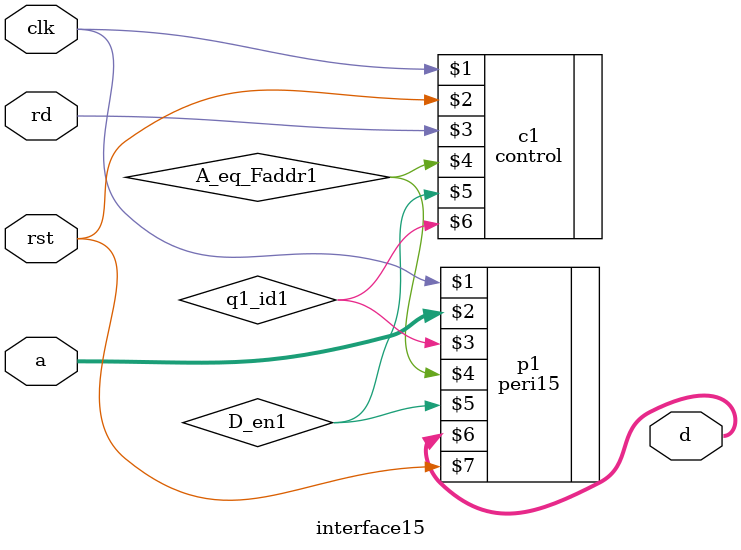
<source format=v>
module interface0 (a,clk,rd,rst,d);
input [3:0] a;
input clk,rd,rst;
output [31:0] d;
wire A_eq_Faddr1;
wire q1_id1,D_en1;
peri p1(clk,a,q1_id1,A_eq_Faddr1,D_en1,d,rst);
control c1(clk,rst,rd,A_eq_Faddr1,D_en1,q1_id1);
endmodule
module interface1 (a,clk,rd,rst,d);
input [3:0] a;
input clk,rd,rst;
output [31:0] d;
wire A_eq_Faddr1;
wire q1_id1,D_en1;
peri1 p1(clk,a,q1_id1,A_eq_Faddr1,D_en1,d,rst);
control c1(clk,rst,rd,A_eq_Faddr1,D_en1,q1_id1);
endmodule
module interface2 (a,clk,rd,rst,d);
input [3:0] a;
input clk,rd,rst;
output [31:0] d;
wire A_eq_Faddr1;
wire q1_id1,D_en1;
peri2 p1(clk,a,q1_id1,A_eq_Faddr1,D_en1,d,rst);
control c1(clk,rst,rd,A_eq_Faddr1,D_en1,q1_id1);
endmodule
module interface3 (a,clk,rd,rst,d);
input [3:0] a;
input clk,rd,rst;
output [31:0] d;
wire A_eq_Faddr1;
wire q1_id1,D_en1;
peri3 p1(clk,a,q1_id1,A_eq_Faddr1,D_en1,d,rst);
control c1(clk,rst,rd,A_eq_Faddr1,D_en1,q1_id1);
endmodule
module interface4 (a,clk,rd,rst,d);
input [3:0] a;
input clk,rd,rst;
output [31:0] d;
wire A_eq_Faddr1;
wire q1_id1,D_en1;
peri4 p1(clk,a,q1_id1,A_eq_Faddr1,D_en1,d,rst);
control c1(clk,rst,rd,A_eq_Faddr1,D_en1,q1_id1);
endmodule
module interface5 (a,clk,rd,rst,d);
input [3:0] a;
input clk,rd,rst;
output [31:0] d;
wire A_eq_Faddr1;
wire q1_id1,D_en1;
peri5 p1(clk,a,q1_id1,A_eq_Faddr1,D_en1,d,rst);
control c1(clk,rst,rd,A_eq_Faddr1,D_en1,q1_id1);
endmodule
module interface6 (a,clk,rd,rst,d);
input [3:0] a;
input clk,rd,rst;
output [31:0] d;
wire A_eq_Faddr1;
wire q1_id1,D_en1;
peri6 p1(clk,a,q1_id1,A_eq_Faddr1,D_en1,d,rst);
control c1(clk,rst,rd,A_eq_Faddr1,D_en1,q1_id1);
endmodule
module interface7 (a,clk,rd,rst,d);
input [3:0] a;
input clk,rd,rst;
output [31:0] d;
wire A_eq_Faddr1;
wire q1_id1,D_en1;
peri7 p1(clk,a,q1_id1,A_eq_Faddr1,D_en1,d,rst);
control c1(clk,rst,rd,A_eq_Faddr1,D_en1,q1_id1);
endmodule
module interface8 (a,clk,rd,rst,d);
input [3:0] a;
input clk,rd,rst;
output [31:0] d;
wire A_eq_Faddr1;
wire q1_id1,D_en1;
peri8 p1(clk,a,q1_id1,A_eq_Faddr1,D_en1,d,rst);
control c1(clk,rst,rd,A_eq_Faddr1,D_en1,q1_id1);
endmodule
module interface9 (a,clk,rd,rst,d);
input [3:0] a;
input clk,rd,rst;
output [31:0] d;
wire A_eq_Faddr1;
wire q1_id1,D_en1;
peri9 p1(clk,a,q1_id1,A_eq_Faddr1,D_en1,d,rst);
control c1(clk,rst,rd,A_eq_Faddr1,D_en1,q1_id1);
endmodule
module interface10 (a,clk,rd,rst,d);
input [3:0] a;
input clk,rd,rst;
output [31:0] d;
wire A_eq_Faddr1;
wire q1_id1,D_en1;
peri10 p1(clk,a,q1_id1,A_eq_Faddr1,D_en1,d,rst);
control c1(clk,rst,rd,A_eq_Faddr1,D_en1,q1_id1);
endmodule
module interface11 (a,clk,rd,rst,d);
input [3:0] a;
input clk,rd,rst;
output [31:0] d;
wire A_eq_Faddr1;
wire q1_id1,D_en1;
peri11 p1(clk,a,q1_id1,A_eq_Faddr1,D_en1,d,rst);
control c1(clk,rst,rd,A_eq_Faddr1,D_en1,q1_id1);
endmodule
module interface12 (a,clk,rd,rst,d);
input [3:0] a;
input clk,rd,rst;
output [31:0] d;
wire A_eq_Faddr1;
wire q1_id1,D_en1;
peri12 p1(clk,a,q1_id1,A_eq_Faddr1,D_en1,d,rst);
control c1(clk,rst,rd,A_eq_Faddr1,D_en1,q1_id1);
endmodule
module interface13 (a,clk,rd,rst,d);
input [3:0] a;
input clk,rd,rst;
output [31:0] d;
wire A_eq_Faddr1;
wire q1_id1,D_en1;
peri13 p1(clk,a,q1_id1,A_eq_Faddr1,D_en1,d,rst);
control c1(clk,rst,rd,A_eq_Faddr1,D_en1,q1_id1);
endmodule
module interface14 (a,clk,rd,rst,d);
input [3:0] a;
input clk,rd,rst;
output [31:0] d;
wire A_eq_Faddr1;
wire q1_id1,D_en1;
peri14 p1(clk,a,q1_id1,A_eq_Faddr1,D_en1,d,rst);
control c1(clk,rst,rd,A_eq_Faddr1,D_en1,q1_id1);
endmodule
module interface15 (a,clk,rd,rst,d);
input [3:0] a;
input clk,rd,rst;
output [31:0] d;
wire A_eq_Faddr1;
wire q1_id1,D_en1;
peri15 p1(clk,a,q1_id1,A_eq_Faddr1,D_en1,d,rst);
control c1(clk,rst,rd,A_eq_Faddr1,D_en1,q1_id1);
endmodule

</source>
